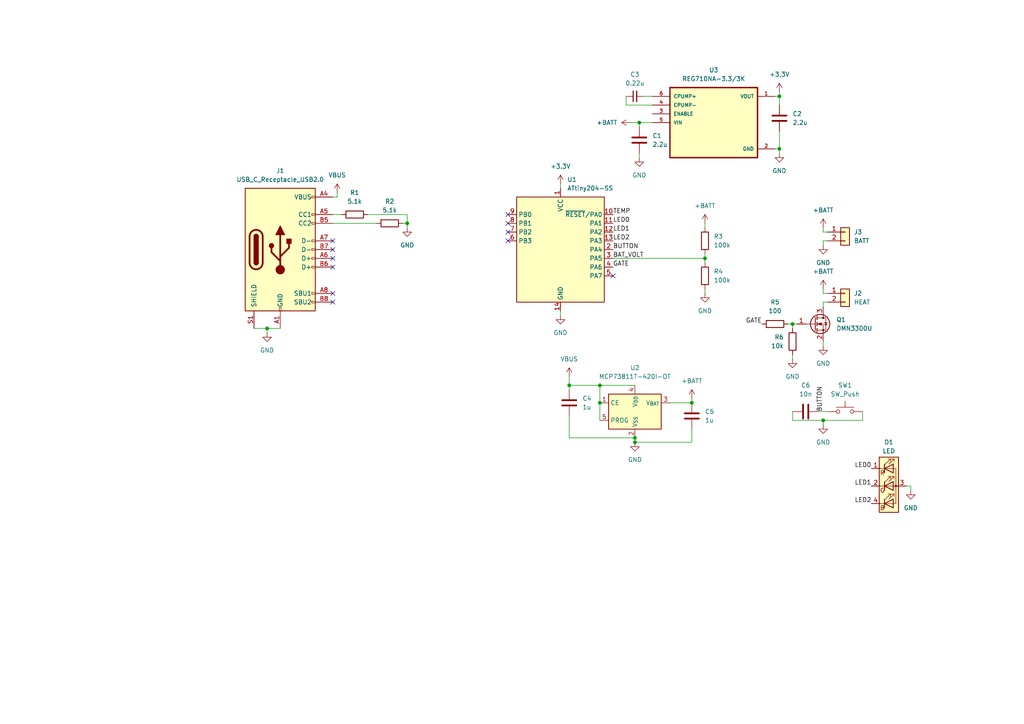
<source format=kicad_sch>
(kicad_sch (version 20230121) (generator eeschema)
  (paper "A4")
  (lib_symbols
    (symbol "Battery_Management:MCP73811T-420I-OT"
      (property "Reference" "U" (at -6.35 6.35 0))
      (property "Value" "MCP73811T-420I-OT" (at 1.27 6.35 0))
      (symbol "MCP73811T-420I-OT_0_1"
        (rectangle (start -7.62 5.08) (end 7.62 -5.08) (stroke (width 0.254)) (fill (type background)))
      )
      (symbol "MCP73811T-420I-OT_1_1"
        (pin input line (at -10.16 2.54 0) (length 2.54) (name "CE") (number "1"))
        (pin power_in line (at 0 -7.62 90) (length 2.54) (name "V_{SS}") (number "2"))
        (pin power_out line (at 10.16 2.54 180) (length 2.54) (name "V_{BAT}") (number "3"))
        (pin power_in line (at 0 7.62 270) (length 2.54) (name "V_{DD}") (number "4"))
        (pin input line (at -10.16 -2.54 0) (length 2.54) (name "PROG") (number "5"))
      )
    )
    (symbol "Connector:USB_C_Receptacle_USB2.0" (pin_names (offset 1.016))
      (property "Reference" "J" (at -10.16 19.05 0))
      (property "Value" "USB_C_Receptacle_USB2.0" (at 19.05 19.05 0))
      (symbol "USB_C_Receptacle_USB2.0_0_0"
        (rectangle (start -0.254 -17.78) (end 0.254 -16.764))
        (rectangle (start 10.16 -14.986) (end 9.144 -15.494))
        (rectangle (start 10.16 -12.446) (end 9.144 -12.954))
        (rectangle (start 10.16 -4.826) (end 9.144 -5.334))
        (rectangle (start 10.16 -2.286) (end 9.144 -2.794))
        (rectangle (start 10.16 0.254) (end 9.144 -0.254))
        (rectangle (start 10.16 2.794) (end 9.144 2.286))
        (rectangle (start 10.16 7.874) (end 9.144 7.366))
        (rectangle (start 10.16 10.414) (end 9.144 9.906))
        (rectangle (start 10.16 15.494) (end 9.144 14.986))
      )
      (symbol "USB_C_Receptacle_USB2.0_0_1"
        (rectangle (start -10.16 17.78) (end 10.16 -17.78) (stroke (width 0.254)) (fill (type background)))
        (arc (start -8.89 -3.81) (mid -6.985 -5.7067) (end -5.08 -3.81) (stroke (width 0.508)))
        (arc (start -7.62 -3.81) (mid -6.985 -4.4423) (end -6.35 -3.81) (stroke (width 0.254)))
        (arc (start -7.62 -3.81) (mid -6.985 -4.4423) (end -6.35 -3.81) (stroke (width 0.254)) (fill (type outline)))
        (rectangle (start -7.62 -3.81) (end -6.35 3.81) (stroke (width 0.254)) (fill (type outline)))
        (arc (start -6.35 3.81) (mid -6.985 4.4423) (end -7.62 3.81) (stroke (width 0.254)))
        (arc (start -6.35 3.81) (mid -6.985 4.4423) (end -7.62 3.81) (stroke (width 0.254)) (fill (type outline)))
        (arc (start -5.08 3.81) (mid -6.985 5.7067) (end -8.89 3.81) (stroke (width 0.508)))
        (circle (center -2.54 1.143) (radius 0.635) (stroke (width 0.254)) (fill (type outline)))
        (circle (center 0 -5.842) (radius 1.27) (fill (type outline)))
        (polyline (pts (xy -8.89 -3.81) (xy -8.89 3.81)) (stroke (width 0.508)))
        (polyline (pts (xy -5.08 3.81) (xy -5.08 -3.81)) (stroke (width 0.508)))
        (polyline (pts (xy 0 -5.842) (xy 0 4.318)) (stroke (width 0.508)))
        (polyline (pts (xy 0 -3.302) (xy -2.54 -0.762) (xy -2.54 0.508)) (stroke (width 0.508)))
        (polyline (pts (xy 0 -2.032) (xy 2.54 0.508) (xy 2.54 1.778)) (stroke (width 0.508)))
        (polyline (pts (xy -1.27 4.318) (xy 0 6.858) (xy 1.27 4.318) (xy -1.27 4.318)) (stroke (width 0.254)) (fill (type outline)))
        (rectangle (start 1.905 1.778) (end 3.175 3.048) (stroke (width 0.254)) (fill (type outline)))
      )
      (symbol "USB_C_Receptacle_USB2.0_1_1"
        (pin passive line (at 0 -22.86 90) (length 5.08) (name "GND") (number "A1"))
        (pin passive line (at 0 -22.86 90) (length 5.08) hide (name "GND") (number "A12"))
        (pin passive line (at 15.24 15.24 180) (length 5.08) (name "VBUS") (number "A4"))
        (pin bidirectional line (at 15.24 10.16 180) (length 5.08) (name "CC1") (number "A5"))
        (pin bidirectional line (at 15.24 -2.54 180) (length 5.08) (name "D+") (number "A6"))
        (pin bidirectional line (at 15.24 2.54 180) (length 5.08) (name "D-") (number "A7"))
        (pin bidirectional line (at 15.24 -12.7 180) (length 5.08) (name "SBU1") (number "A8"))
        (pin passive line (at 15.24 15.24 180) (length 5.08) hide (name "VBUS") (number "A9"))
        (pin passive line (at 0 -22.86 90) (length 5.08) hide (name "GND") (number "B1"))
        (pin passive line (at 0 -22.86 90) (length 5.08) hide (name "GND") (number "B12"))
        (pin passive line (at 15.24 15.24 180) (length 5.08) hide (name "VBUS") (number "B4"))
        (pin bidirectional line (at 15.24 7.62 180) (length 5.08) (name "CC2") (number "B5"))
        (pin bidirectional line (at 15.24 -5.08 180) (length 5.08) (name "D+") (number "B6"))
        (pin bidirectional line (at 15.24 0 180) (length 5.08) (name "D-") (number "B7"))
        (pin bidirectional line (at 15.24 -15.24 180) (length 5.08) (name "SBU2") (number "B8"))
        (pin passive line (at 15.24 15.24 180) (length 5.08) hide (name "VBUS") (number "B9"))
        (pin passive line (at -7.62 -22.86 90) (length 5.08) (name "SHIELD") (number "S1"))
      )
    )
    (symbol "Connector_Generic:Conn_01x02" (pin_names (offset 1.016) hide)
      (property "Reference" "J" (at 0 2.54 0))
      (property "Value" "Conn_01x02" (at 0 -5.08 0))
      (symbol "Conn_01x02_1_1"
        (rectangle (start -1.27 -2.413) (end 0 -2.667) (stroke (width 0.1524)))
        (rectangle (start -1.27 0.127) (end 0 -0.127) (stroke (width 0.1524)))
        (rectangle (start -1.27 1.27) (end 1.27 -3.81) (stroke (width 0.254)) (fill (type background)))
        (pin passive line (at -5.08 0 0) (length 3.81) (name "Pin_1") (number "1"))
        (pin passive line (at -5.08 -2.54 0) (length 3.81) (name "Pin_2") (number "2"))
      )
    )
    (symbol "Device:C" (pin_numbers hide) (pin_names (offset 0.254))
      (property "Reference" "C" (at 0.635 2.54 0))
      (property "Value" "C" (at 0.635 -2.54 0))
      (symbol "C_0_1"
        (polyline (pts (xy -2.032 -0.762) (xy 2.032 -0.762)) (stroke (width 0.508)))
        (polyline (pts (xy -2.032 0.762) (xy 2.032 0.762)) (stroke (width 0.508)))
      )
      (symbol "C_1_1"
        (pin passive line (at 0 3.81 270) (length 2.794) (name "~") (number "1"))
        (pin passive line (at 0 -3.81 90) (length 2.794) (name "~") (number "2"))
      )
    )
    (symbol "Device:C_Small" (pin_numbers hide) (pin_names (offset 0.254) hide)
      (property "Reference" "C" (at 0.254 1.778 0))
      (property "Value" "C_Small" (at 0.254 -2.032 0))
      (symbol "C_Small_0_1"
        (polyline (pts (xy -1.524 -0.508) (xy 1.524 -0.508)) (stroke (width 0.3302)))
        (polyline (pts (xy -1.524 0.508) (xy 1.524 0.508)) (stroke (width 0.3048)))
      )
      (symbol "C_Small_1_1"
        (pin passive line (at 0 2.54 270) (length 2.032) (name "~") (number "1"))
        (pin passive line (at 0 -2.54 90) (length 2.032) (name "~") (number "2"))
      )
    )
    (symbol "Device:LED_RGAB" (pin_names (offset 0) hide)
      (property "Reference" "D" (at 0 9.398 0))
      (property "Value" "LED_RGAB" (at 0 -8.89 0))
      (symbol "LED_RGAB_0_0"
        (text "B" (at -1.905 -6.35 0) (effects (font (size 1.27 1.27))))
        (text "G" (at -1.905 -1.27 0) (effects (font (size 1.27 1.27))))
        (text "R" (at -1.905 3.81 0) (effects (font (size 1.27 1.27))))
      )
      (symbol "LED_RGAB_0_1"
        (polyline (pts (xy -1.27 -5.08) (xy -2.54 -5.08)))
        (polyline (pts (xy -1.27 -5.08) (xy 1.27 -5.08)))
        (polyline (pts (xy -1.27 -3.81) (xy -1.27 -6.35)) (stroke (width 0.254)))
        (polyline (pts (xy -1.27 0) (xy -2.54 0)))
        (polyline (pts (xy -1.27 1.27) (xy -1.27 -1.27)) (stroke (width 0.254)))
        (polyline (pts (xy -1.27 5.08) (xy -2.54 5.08)))
        (polyline (pts (xy -1.27 5.08) (xy 1.27 5.08)))
        (polyline (pts (xy -1.27 6.35) (xy -1.27 3.81)) (stroke (width 0.254)))
        (polyline (pts (xy 1.27 0) (xy -1.27 0)))
        (polyline (pts (xy 1.27 0) (xy 2.54 0)))
        (polyline (pts (xy -1.27 1.27) (xy -1.27 -1.27) (xy -1.27 -1.27)))
        (polyline (pts (xy -1.27 6.35) (xy -1.27 3.81) (xy -1.27 3.81)))
        (polyline (pts (xy 1.27 -5.08) (xy 2.032 -5.08) (xy 2.032 5.08) (xy 1.27 5.08)))
        (polyline (pts (xy 1.27 -3.81) (xy 1.27 -6.35) (xy -1.27 -5.08) (xy 1.27 -3.81)) (stroke (width 0.254)))
        (polyline (pts (xy 1.27 1.27) (xy 1.27 -1.27) (xy -1.27 0) (xy 1.27 1.27)) (stroke (width 0.254)))
        (polyline (pts (xy 1.27 6.35) (xy 1.27 3.81) (xy -1.27 5.08) (xy 1.27 6.35)) (stroke (width 0.254)))
        (polyline (pts (xy -1.016 -3.81) (xy 0.508 -2.286) (xy -0.254 -2.286) (xy 0.508 -2.286) (xy 0.508 -3.048)))
        (polyline (pts (xy -1.016 1.27) (xy 0.508 2.794) (xy -0.254 2.794) (xy 0.508 2.794) (xy 0.508 2.032)))
        (polyline (pts (xy -1.016 6.35) (xy 0.508 7.874) (xy -0.254 7.874) (xy 0.508 7.874) (xy 0.508 7.112)))
        (polyline (pts (xy 0 -3.81) (xy 1.524 -2.286) (xy 0.762 -2.286) (xy 1.524 -2.286) (xy 1.524 -3.048)))
        (polyline (pts (xy 0 1.27) (xy 1.524 2.794) (xy 0.762 2.794) (xy 1.524 2.794) (xy 1.524 2.032)))
        (polyline (pts (xy 0 6.35) (xy 1.524 7.874) (xy 0.762 7.874) (xy 1.524 7.874) (xy 1.524 7.112)))
        (rectangle (start 1.27 -1.27) (end 1.27 1.27))
        (rectangle (start 1.27 1.27) (end 1.27 1.27))
        (rectangle (start 1.27 3.81) (end 1.27 6.35))
        (rectangle (start 1.27 6.35) (end 1.27 6.35))
        (circle (center 2.032 0) (radius 0.254) (fill (type outline)))
        (rectangle (start 2.794 8.382) (end -2.794 -7.62) (stroke (width 0.254)) (fill (type background)))
      )
      (symbol "LED_RGAB_1_1"
        (pin passive line (at -5.08 5.08 0) (length 2.54) (name "RK") (number "1"))
        (pin passive line (at -5.08 0 0) (length 2.54) (name "GK") (number "2"))
        (pin passive line (at 5.08 0 180) (length 2.54) (name "A") (number "3"))
        (pin passive line (at -5.08 -5.08 0) (length 2.54) (name "BK") (number "4"))
      )
    )
    (symbol "Device:R" (pin_numbers hide) (pin_names (offset 0))
      (property "Reference" "R" (at 2.032 0 90))
      (property "Value" "R" (at 0 0 90))
      (symbol "R_0_1"
        (rectangle (start -1.016 -2.54) (end 1.016 2.54) (stroke (width 0.254)))
      )
      (symbol "R_1_1"
        (pin passive line (at 0 3.81 270) (length 1.27) (name "~") (number "1"))
        (pin passive line (at 0 -3.81 90) (length 1.27) (name "~") (number "2"))
      )
    )
    (symbol "MCU_Microchip_ATtiny:ATtiny204-SS"
      (property "Reference" "U" (at -12.7 16.51 0))
      (property "Value" "ATtiny204-SS" (at 2.54 -16.51 0))
      (symbol "ATtiny204-SS_0_1"
        (rectangle (start -12.7 -15.24) (end 12.7 15.24) (stroke (width 0.254)) (fill (type background)))
      )
      (symbol "ATtiny204-SS_1_1"
        (pin power_in line (at 0 17.78 270) (length 2.54) (name "VCC") (number "1"))
        (pin bidirectional line (at 15.24 10.16 180) (length 2.54) (name "~{RESET}/PA0") (number "10"))
        (pin bidirectional line (at 15.24 7.62 180) (length 2.54) (name "PA1") (number "11"))
        (pin bidirectional line (at 15.24 5.08 180) (length 2.54) (name "PA2") (number "12"))
        (pin bidirectional line (at 15.24 2.54 180) (length 2.54) (name "PA3") (number "13"))
        (pin power_in line (at 0 -17.78 90) (length 2.54) (name "GND") (number "14"))
        (pin bidirectional line (at 15.24 0 180) (length 2.54) (name "PA4") (number "2"))
        (pin bidirectional line (at 15.24 -2.54 180) (length 2.54) (name "PA5") (number "3"))
        (pin bidirectional line (at 15.24 -5.08 180) (length 2.54) (name "PA6") (number "4"))
        (pin bidirectional line (at 15.24 -7.62 180) (length 2.54) (name "PA7") (number "5"))
        (pin bidirectional line (at -15.24 2.54 0) (length 2.54) (name "PB3") (number "6"))
        (pin bidirectional line (at -15.24 5.08 0) (length 2.54) (name "PB2") (number "7"))
        (pin bidirectional line (at -15.24 7.62 0) (length 2.54) (name "PB1") (number "8"))
        (pin bidirectional line (at -15.24 10.16 0) (length 2.54) (name "PB0") (number "9"))
      )
    )
    (symbol "Switch:SW_Push" (pin_numbers hide) (pin_names (offset 1.016) hide)
      (property "Reference" "SW" (at 1.27 2.54 0))
      (property "Value" "SW_Push" (at 0 -1.524 0))
      (symbol "SW_Push_0_1"
        (circle (center -2.032 0) (radius 0.508))
        (polyline (pts (xy 0 1.27) (xy 0 3.048)))
        (polyline (pts (xy 2.54 1.27) (xy -2.54 1.27)))
        (circle (center 2.032 0) (radius 0.508))
        (pin passive line (at -5.08 0 0) (length 2.54) (name "1") (number "1"))
        (pin passive line (at 5.08 0 180) (length 2.54) (name "2") (number "2"))
      )
    )
    (symbol "Transistor_FET:DMN3300U" (pin_names hide)
      (property "Reference" "Q" (at 5.08 1.905 0))
      (property "Value" "DMN3300U" (at 5.08 0 0))
      (symbol "DMN3300U_0_1"
        (polyline (pts (xy 0.254 0) (xy -2.54 0)))
        (polyline (pts (xy 0.254 1.905) (xy 0.254 -1.905)) (stroke (width 0.254)))
        (polyline (pts (xy 0.762 -1.27) (xy 0.762 -2.286)) (stroke (width 0.254)))
        (polyline (pts (xy 0.762 0.508) (xy 0.762 -0.508)) (stroke (width 0.254)))
        (polyline (pts (xy 0.762 2.286) (xy 0.762 1.27)) (stroke (width 0.254)))
        (polyline (pts (xy 2.54 2.54) (xy 2.54 1.778)))
        (polyline (pts (xy 2.54 -2.54) (xy 2.54 0) (xy 0.762 0)))
        (polyline (pts (xy 0.762 -1.778) (xy 3.302 -1.778) (xy 3.302 1.778) (xy 0.762 1.778)))
        (polyline (pts (xy 1.016 0) (xy 2.032 0.381) (xy 2.032 -0.381) (xy 1.016 0)) (fill (type outline)))
        (polyline (pts (xy 2.794 0.508) (xy 2.921 0.381) (xy 3.683 0.381) (xy 3.81 0.254)))
        (polyline (pts (xy 3.302 0.381) (xy 2.921 -0.254) (xy 3.683 -0.254) (xy 3.302 0.381)))
        (circle (center 1.651 0) (radius 2.794) (stroke (width 0.254)))
        (circle (center 2.54 -1.778) (radius 0.254) (fill (type outline)))
        (circle (center 2.54 1.778) (radius 0.254) (fill (type outline)))
      )
      (symbol "DMN3300U_1_1"
        (pin input line (at -5.08 0 0) (length 2.54) (name "G") (number "1"))
        (pin passive line (at 2.54 -5.08 90) (length 2.54) (name "S") (number "2"))
        (pin passive line (at 2.54 5.08 270) (length 2.54) (name "D") (number "3"))
      )
    )
    (symbol "power:+3.3V" (power) (pin_names (offset 0))
      (property "Value" "+3.3V" (at 0 3.556 0))
      (symbol "+3.3V_0_1"
        (polyline (pts (xy -0.762 1.27) (xy 0 2.54)))
        (polyline (pts (xy 0 0) (xy 0 2.54)))
        (polyline (pts (xy 0 2.54) (xy 0.762 1.27)))
      )
      (symbol "+3.3V_1_1"
        (pin power_in line (at 0 0 90) (length 0) hide (name "+3.3V") (number "1"))
      )
    )
    (symbol "power:+BATT" (power) (pin_names (offset 0))
      (property "Value" "+BATT" (at 0 3.556 0))
      (symbol "+BATT_0_1"
        (polyline (pts (xy -0.762 1.27) (xy 0 2.54)))
        (polyline (pts (xy 0 0) (xy 0 2.54)))
        (polyline (pts (xy 0 2.54) (xy 0.762 1.27)))
      )
      (symbol "+BATT_1_1"
        (pin power_in line (at 0 0 90) (length 0) hide (name "+BATT") (number "1"))
      )
    )
    (symbol "power:GND" (power) (pin_names (offset 0))
      (property "Value" "GND" (at 0 -3.81 0))
      (symbol "GND_0_1"
        (polyline (pts (xy 0 0) (xy 0 -1.27) (xy 1.27 -1.27) (xy 0 -2.54) (xy -1.27 -1.27) (xy 0 -1.27)))
      )
      (symbol "GND_1_1"
        (pin power_in line (at 0 0 270) (length 0) hide (name "GND") (number "1"))
      )
    )
    (symbol "power:VBUS" (power) (pin_names (offset 0))
      (property "Value" "VBUS" (at 0 3.81 0))
      (symbol "VBUS_0_1"
        (polyline (pts (xy -0.762 1.27) (xy 0 2.54)))
        (polyline (pts (xy 0 0) (xy 0 2.54)))
        (polyline (pts (xy 0 2.54) (xy 0.762 1.27)))
      )
      (symbol "VBUS_1_1"
        (pin power_in line (at 0 0 90) (length 0) hide (name "VBUS") (number "1"))
      )
    )
    (symbol "velo:REG710NA-3.3/3K" (pin_names (offset 1.016))
      (property "Reference" "U" (at -12.7 11.1506 0))
      (property "Value" "REG710NA-3.3/3K" (at -12.7 -14.1478 0))
      (symbol "REG710NA-3.3/3K_0_0"
        (rectangle (start -12.7 -10.16) (end 12.7 10.16) (stroke (width 0.4064)) (fill (type background)))
        (pin output line (at 17.78 7.62 180) (length 5.08) (name "VOUT") (number "1"))
        (pin power_in line (at 17.78 -7.62 180) (length 5.08) (name "GND") (number "2"))
        (pin input line (at -17.78 2.54 0) (length 5.08) (name "ENABLE") (number "3"))
        (pin input line (at -17.78 5.08 0) (length 5.08) (name "CPUMP-") (number "4"))
        (pin input line (at -17.78 0 0) (length 5.08) (name "VIN") (number "5"))
        (pin input line (at -17.78 7.62 0) (length 5.08) (name "CPUMP+") (number "6"))
      )
    )
  )
  (junction (at 173.99 111.76))
  (junction (at 118.11 64.77))
  (junction (at 184.15 127))
  (junction (at 204.47 74.93))
  (junction (at 165.1 111.76))
  (junction (at 184.15 128.27))
  (junction (at 229.87 93.98))
  (junction (at 238.76 121.92))
  (junction (at 200.66 116.84))
  (junction (at 77.47 95.25))
  (junction (at 185.42 35.56))
  (junction (at 173.99 116.84))
  (junction (at 226.06 27.94))
  (junction (at 226.06 43.18))
  (no_connect (at 147.32 67.31))
  (no_connect (at 177.8 80.01))
  (no_connect (at 96.52 74.93))
  (no_connect (at 96.52 87.63))
  (no_connect (at 147.32 64.77))
  (no_connect (at 96.52 72.39))
  (no_connect (at 147.32 62.23))
  (no_connect (at 96.52 85.09))
  (no_connect (at 147.32 69.85))
  (no_connect (at 96.52 69.85))
  (no_connect (at 96.52 77.47))
  (wire (pts (xy 238.76 88.9) (xy 238.76 87.63)))
  (wire (pts (xy 238.76 121.92) (xy 238.76 123.19)))
  (wire (pts (xy 81.28 95.25) (xy 77.47 95.25)))
  (wire (pts (xy 229.87 121.92) (xy 238.76 121.92)))
  (wire (pts (xy 226.06 43.18) (xy 226.06 44.45)))
  (wire (pts (xy 250.19 119.38) (xy 250.19 121.92)))
  (wire (pts (xy 173.99 116.84) (xy 173.99 121.92)))
  (wire (pts (xy 118.11 64.77) (xy 118.11 66.04)))
  (wire (pts (xy 204.47 83.82) (xy 204.47 85.09)))
  (wire (pts (xy 116.84 64.77) (xy 118.11 64.77)))
  (wire (pts (xy 165.1 113.03) (xy 165.1 111.76)))
  (wire (pts (xy 162.56 90.17) (xy 162.56 91.44)))
  (wire (pts (xy 238.76 71.12) (xy 238.76 69.85)))
  (wire (pts (xy 200.66 124.46) (xy 200.66 128.27)))
  (wire (pts (xy 96.52 62.23) (xy 99.06 62.23)))
  (wire (pts (xy 204.47 64.77) (xy 204.47 66.04)))
  (wire (pts (xy 186.69 27.94) (xy 189.23 27.94)))
  (wire (pts (xy 226.06 27.94) (xy 226.06 30.48)))
  (wire (pts (xy 97.79 57.15) (xy 97.79 55.88)))
  (wire (pts (xy 77.47 95.25) (xy 73.66 95.25)))
  (wire (pts (xy 185.42 35.56) (xy 185.42 36.83)))
  (wire (pts (xy 229.87 93.98) (xy 231.14 93.98)))
  (wire (pts (xy 173.99 111.76) (xy 173.99 116.84)))
  (wire (pts (xy 200.66 128.27) (xy 184.15 128.27)))
  (wire (pts (xy 238.76 83.82) (xy 238.76 85.09)))
  (wire (pts (xy 228.6 93.98) (xy 229.87 93.98)))
  (wire (pts (xy 204.47 74.93) (xy 204.47 76.2)))
  (wire (pts (xy 96.52 57.15) (xy 97.79 57.15)))
  (wire (pts (xy 165.1 111.76) (xy 173.99 111.76)))
  (wire (pts (xy 238.76 100.33) (xy 238.76 99.06)))
  (wire (pts (xy 106.68 62.23) (xy 118.11 62.23)))
  (wire (pts (xy 238.76 121.92) (xy 250.19 121.92)))
  (wire (pts (xy 238.76 67.31) (xy 240.03 67.31)))
  (wire (pts (xy 238.76 69.85) (xy 240.03 69.85)))
  (wire (pts (xy 238.76 87.63) (xy 240.03 87.63)))
  (wire (pts (xy 162.56 53.34) (xy 162.56 54.61)))
  (wire (pts (xy 237.49 119.38) (xy 240.03 119.38)))
  (wire (pts (xy 184.15 111.76) (xy 173.99 111.76)))
  (wire (pts (xy 238.76 85.09) (xy 240.03 85.09)))
  (wire (pts (xy 96.52 64.77) (xy 109.22 64.77)))
  (wire (pts (xy 204.47 73.66) (xy 204.47 74.93)))
  (wire (pts (xy 185.42 44.45) (xy 185.42 45.72)))
  (wire (pts (xy 224.79 43.18) (xy 226.06 43.18)))
  (wire (pts (xy 264.16 140.97) (xy 262.89 140.97)))
  (wire (pts (xy 165.1 127) (xy 184.15 127)))
  (wire (pts (xy 177.8 74.93) (xy 204.47 74.93)))
  (wire (pts (xy 200.66 115.57) (xy 200.66 116.84)))
  (wire (pts (xy 181.61 30.48) (xy 189.23 30.48)))
  (wire (pts (xy 77.47 95.25) (xy 77.47 96.52)))
  (wire (pts (xy 181.61 27.94) (xy 181.61 30.48)))
  (wire (pts (xy 226.06 38.1) (xy 226.06 43.18)))
  (wire (pts (xy 184.15 127) (xy 184.15 128.27)))
  (wire (pts (xy 226.06 26.67) (xy 226.06 27.94)))
  (wire (pts (xy 185.42 35.56) (xy 189.23 35.56)))
  (wire (pts (xy 165.1 120.65) (xy 165.1 127)))
  (wire (pts (xy 229.87 93.98) (xy 229.87 95.25)))
  (wire (pts (xy 224.79 27.94) (xy 226.06 27.94)))
  (wire (pts (xy 229.87 119.38) (xy 229.87 121.92)))
  (wire (pts (xy 182.88 35.56) (xy 185.42 35.56)))
  (wire (pts (xy 165.1 109.22) (xy 165.1 111.76)))
  (wire (pts (xy 238.76 66.04) (xy 238.76 67.31)))
  (wire (pts (xy 229.87 102.87) (xy 229.87 104.14)))
  (wire (pts (xy 118.11 62.23) (xy 118.11 64.77)))
  (wire (pts (xy 264.16 142.24) (xy 264.16 140.97)))
  (wire (pts (xy 194.31 116.84) (xy 200.66 116.84)))
  (label "LED0" (at 177.8 64.77 0))
  (label "LED1" (at 177.8 67.31 0))
  (label "BUTTON" (at 177.8 72.39 0))
  (label "LED2" (at 177.8 69.85 0))
  (label "BUTTON" (at 238.76 119.38 90))
  (label "GATE" (at 177.8 77.47 0))
  (label "LED1" (at 252.73 140.97 180))
  (label "TEMP" (at 177.8 62.23 0))
  (label "LED2" (at 252.73 146.05 180))
  (label "GATE" (at 220.98 93.98 180))
  (label "BAT_VOLT" (at 177.8 74.93 0))
  (label "LED0" (at 252.73 135.89 180))
  (symbol (lib_id "power:+BATT") (at 200.66 115.57 0) (unit 1)
    (property "Reference" "#PWR012" (effects hide))
    (property "Value" "+BATT" (at 200.66 110.49 0))
  )
  (symbol (lib_id "power:+BATT") (at 238.76 83.82 0) (unit 1)
    (property "Reference" "#PWR07" (effects hide))
    (property "Value" "+BATT" (at 238.76 78.74 0))
  )
  (symbol (lib_id "power:GND") (at 118.11 66.04 0) (unit 1)
    (property "Reference" "#PWR013" (effects hide))
    (property "Value" "GND" (at 118.11 71.12 0))
  )
  (symbol (lib_id "Device:C") (at 233.68 119.38 90) (unit 1)
    (property "Reference" "C6" (at 233.68 111.76 90))
    (property "Value" "10n" (at 233.68 114.3 90))
    (property "Footprint" "Capacitor_SMD:C_0402_1005Metric_Pad0.74x0.62mm_HandSolder" (effects hide))
  )
  (symbol (lib_id "Transistor_FET:DMN3300U") (at 236.22 93.98 0) (unit 1)
    (property "Reference" "Q1" (at 242.57 92.71 0) (effects (justify left)))
    (property "Value" "DMN3300U" (at 242.57 95.25 0) (effects (justify left)))
    (property "Footprint" "Package_TO_SOT_SMD:SOT-23" (effects hide))
    (property "Datasheet" "http://www.diodes.com/assets/Datasheets/ds31181.pdf" (effects hide))
  )
  (symbol (lib_id "Connector:USB_C_Receptacle_USB2.0") (at 81.28 72.39 0) (unit 1)
    (property "Reference" "J1" (at 81.28 49.53 0))
    (property "Value" "USB_C_Receptacle_USB2.0" (at 81.28 52.07 0))
    (property "Footprint" "Connector_USB:USB_C_Receptacle_GCT_USB4135-GF-A_6P_TopMnt_Horizontal" (effects hide))
    (property "Datasheet" "https://www.usb.org/sites/default/files/documents/usb_type-c.zip" (effects hide))
  )
  (symbol (lib_id "Device:R") (at 102.87 62.23 90) (unit 1)
    (property "Reference" "R1" (at 102.87 55.88 90))
    (property "Value" "5.1k" (at 102.87 58.42 90))
    (property "Footprint" "Resistor_SMD:R_0603_1608Metric_Pad0.98x0.95mm_HandSolder" (effects hide))
  )
  (symbol (lib_id "Device:R") (at 204.47 69.85 0) (unit 1)
    (property "Reference" "R3" (at 207.01 68.58 0) (effects (justify left)))
    (property "Value" "100k" (at 207.01 71.12 0) (effects (justify left)))
    (property "Footprint" "Resistor_SMD:R_0603_1608Metric_Pad0.98x0.95mm_HandSolder" (effects hide))
  )
  (symbol (lib_id "power:+BATT") (at 182.88 35.56 90) (unit 1)
    (property "Reference" "#PWR03" (effects hide))
    (property "Value" "+BATT" (at 179.07 35.56 90) (effects (justify left)))
  )
  (symbol (lib_id "power:+3.3V") (at 162.56 53.34 0) (unit 1)
    (property "Reference" "#PWR015" (effects hide))
    (property "Value" "+3.3V" (at 162.56 48.26 0))
  )
  (symbol (lib_id "velo:REG710NA-3.3/3K") (at 207.01 35.56 0) (unit 1)
    (property "Reference" "U3" (at 207.01 20.32 0))
    (property "Value" "REG710NA-3.3/3K" (at 207.01 22.86 0))
    (property "Footprint" "Package_TO_SOT_SMD:TSOT-23-6" (effects hide))
  )
  (symbol (lib_id "power:GND") (at 229.87 104.14 0) (unit 1)
    (property "Reference" "#PWR019" (effects hide))
    (property "Value" "GND" (at 229.87 109.22 0))
  )
  (symbol (lib_id "power:GND") (at 238.76 123.19 0) (unit 1)
    (property "Reference" "#PWR020" (effects hide))
    (property "Value" "GND" (at 238.76 128.27 0))
  )
  (symbol (lib_id "Switch:SW_Push") (at 245.11 119.38 0) (unit 1)
    (property "Reference" "SW1" (at 245.11 111.76 0))
    (property "Value" "SW_Push" (at 245.11 114.3 0))
    (property "Footprint" "Button_Switch_SMD:SW_SPST_EVQP7C" (effects hide))
  )
  (symbol (lib_id "Device:R") (at 229.87 99.06 0) (mirror x) (unit 1)
    (property "Reference" "R6" (at 227.33 97.79 0) (effects (justify right)))
    (property "Value" "10k" (at 227.33 100.33 0) (effects (justify right)))
    (property "Footprint" "Resistor_SMD:R_0603_1608Metric_Pad0.98x0.95mm_HandSolder" (effects hide))
  )
  (symbol (lib_id "power:GND") (at 162.56 91.44 0) (unit 1)
    (property "Reference" "#PWR016" (effects hide))
    (property "Value" "GND" (at 162.56 96.52 0))
  )
  (symbol (lib_id "power:VBUS") (at 165.1 109.22 0) (unit 1)
    (property "Reference" "#PWR011" (effects hide))
    (property "Value" "VBUS" (at 165.1 104.14 0))
  )
  (symbol (lib_id "Device:C") (at 226.06 34.29 0) (unit 1)
    (property "Reference" "C2" (at 229.87 33.02 0) (effects (justify left)))
    (property "Value" "2.2u" (at 229.87 35.56 0) (effects (justify left)))
    (property "Footprint" "Capacitor_SMD:C_0603_1608Metric_Pad1.08x0.95mm_HandSolder" (effects hide))
  )
  (symbol (lib_id "power:+3.3V") (at 226.06 26.67 0) (unit 1)
    (property "Reference" "#PWR02" (effects hide))
    (property "Value" "+3.3V" (at 226.06 21.59 0))
  )
  (symbol (lib_id "Device:R") (at 204.47 80.01 0) (unit 1)
    (property "Reference" "R4" (at 207.01 78.74 0) (effects (justify left)))
    (property "Value" "100k" (at 207.01 81.28 0) (effects (justify left)))
    (property "Footprint" "Resistor_SMD:R_0603_1608Metric_Pad0.98x0.95mm_HandSolder" (effects hide))
  )
  (symbol (lib_id "power:GND") (at 204.47 85.09 0) (unit 1)
    (property "Reference" "#PWR017" (effects hide))
    (property "Value" "GND" (at 204.47 90.17 0))
  )
  (symbol (lib_id "power:VBUS") (at 97.79 55.88 0) (unit 1)
    (property "Reference" "#PWR09" (effects hide))
    (property "Value" "VBUS" (at 97.79 50.8 0))
  )
  (symbol (lib_id "Connector_Generic:Conn_01x02") (at 245.11 67.31 0) (unit 1)
    (property "Reference" "J3" (at 247.65 67.31 0) (effects (justify left)))
    (property "Value" "BATT" (at 247.65 69.85 0) (effects (justify left)))
    (property "Footprint" "Connector_PinHeader_2.54mm:PinHeader_1x02_P2.54mm_Horizontal" (effects hide))
  )
  (symbol (lib_id "Device:C") (at 165.1 116.84 0) (unit 1)
    (property "Reference" "C4" (at 168.91 115.57 0) (effects (justify left)))
    (property "Value" "1u" (at 168.91 118.11 0) (effects (justify left)))
    (property "Footprint" "Capacitor_SMD:C_0603_1608Metric_Pad1.08x0.95mm_HandSolder" (effects hide))
  )
  (symbol (lib_id "Connector_Generic:Conn_01x02") (at 245.11 85.09 0) (unit 1)
    (property "Reference" "J2" (at 247.65 85.09 0) (effects (justify left)))
    (property "Value" "HEAT" (at 247.65 87.63 0) (effects (justify left)))
    (property "Footprint" "Connector_PinHeader_2.54mm:PinHeader_1x02_P2.54mm_Horizontal" (effects hide))
  )
  (symbol (lib_id "power:GND") (at 226.06 44.45 0) (unit 1)
    (property "Reference" "#PWR01" (effects hide))
    (property "Value" "GND" (at 226.06 49.53 0))
  )
  (symbol (lib_id "Device:R") (at 113.03 64.77 90) (unit 1)
    (property "Reference" "R2" (at 113.03 58.42 90))
    (property "Value" "5.1k" (at 113.03 60.96 90))
    (property "Footprint" "Resistor_SMD:R_0603_1608Metric_Pad0.98x0.95mm_HandSolder" (effects hide))
  )
  (symbol (lib_id "power:GND") (at 184.15 128.27 0) (unit 1)
    (property "Reference" "#PWR010" (effects hide))
    (property "Value" "GND" (at 184.15 133.35 0))
  )
  (symbol (lib_id "Battery_Management:MCP73811T-420I-OT") (at 184.15 119.38 0) (unit 1)
    (property "Reference" "U2" (at 184.15 106.68 0))
    (property "Value" "MCP73811T-420I-OT" (at 184.15 109.22 0))
    (property "Footprint" "Package_TO_SOT_SMD:SOT-23-5" (effects hide))
    (property "Datasheet" "http://ww1.microchip.com/downloads/en/DeviceDoc/22036b.pdf" (effects hide))
  )
  (symbol (lib_id "power:GND") (at 77.47 96.52 0) (unit 1)
    (property "Reference" "#PWR014" (effects hide))
    (property "Value" "GND" (at 77.47 101.6 0))
  )
  (symbol (lib_id "power:GND") (at 238.76 100.33 0) (unit 1)
    (property "Reference" "#PWR08" (effects hide))
    (property "Value" "GND" (at 238.76 105.41 0))
  )
  (symbol (lib_id "MCU_Microchip_ATtiny:ATtiny204-SS") (at 162.56 72.39 0) (unit 1)
    (property "Reference" "U1" (at 164.5159 52.07 0) (effects (justify left)))
    (property "Value" "ATtiny204-SS" (at 164.5159 54.61 0) (effects (justify left)))
    (property "Footprint" "Package_SO:SOIC-14_3.9x8.7mm_P1.27mm" (effects hide))
    (property "Datasheet" "http://ww1.microchip.com/downloads/en/DeviceDoc/50002687A.pdf" (effects hide))
  )
  (symbol (lib_id "Device:C_Small") (at 184.15 27.94 90) (unit 1)
    (property "Reference" "C3" (at 184.1563 21.59 90))
    (property "Value" "0.22u" (at 184.1563 24.13 90))
    (property "Footprint" "Capacitor_SMD:C_0603_1608Metric_Pad1.08x0.95mm_HandSolder" (effects hide))
  )
  (symbol (lib_id "power:+BATT") (at 238.76 66.04 0) (unit 1)
    (property "Reference" "#PWR05" (effects hide))
    (property "Value" "+BATT" (at 238.76 60.96 0))
  )
  (symbol (lib_id "Device:C") (at 200.66 120.65 0) (unit 1)
    (property "Reference" "C5" (at 204.47 119.38 0) (effects (justify left)))
    (property "Value" "1u" (at 204.47 121.92 0) (effects (justify left)))
    (property "Footprint" "Capacitor_SMD:C_0603_1608Metric_Pad1.08x0.95mm_HandSolder" (effects hide))
  )
  (symbol (lib_id "power:+BATT") (at 204.47 64.77 0) (unit 1)
    (property "Reference" "#PWR018" (effects hide))
    (property "Value" "+BATT" (at 204.47 59.69 0))
  )
  (symbol (lib_id "Device:LED_RGAB") (at 257.81 140.97 0) (unit 1)
    (property "Reference" "D1" (at 257.81 128.27 0))
    (property "Value" "LED" (at 257.81 130.81 0))
    (property "Footprint" "LED_THT:LED_D5.0mm-4_RGB" (effects hide))
  )
  (symbol (lib_id "Device:C") (at 185.42 40.64 0) (unit 1)
    (property "Reference" "C1" (at 189.23 39.37 0) (effects (justify left)))
    (property "Value" "2.2u" (at 189.23 41.91 0) (effects (justify left)))
    (property "Footprint" "Capacitor_SMD:C_0603_1608Metric_Pad1.08x0.95mm_HandSolder" (effects hide))
  )
  (symbol (lib_id "power:GND") (at 185.42 45.72 0) (unit 1)
    (property "Reference" "#PWR04" (effects hide))
    (property "Value" "GND" (at 185.42 50.8 0))
  )
  (symbol (lib_id "power:GND") (at 238.76 71.12 0) (unit 1)
    (property "Reference" "#PWR06" (effects hide))
    (property "Value" "GND" (at 238.76 76.2 0))
  )
  (symbol (lib_id "power:GND") (at 264.16 142.24 0) (unit 1)
    (property "Reference" "#PWR021" (effects hide))
    (property "Value" "GND" (at 264.16 147.32 0))
  )
  (symbol (lib_id "Device:R") (at 224.79 93.98 90) (unit 1)
    (property "Reference" "R5" (at 224.79 87.63 90))
    (property "Value" "100" (at 224.79 90.17 90))
    (property "Footprint" "Resistor_SMD:R_0603_1608Metric_Pad0.98x0.95mm_HandSolder" (effects hide))
  )
)
</source>
